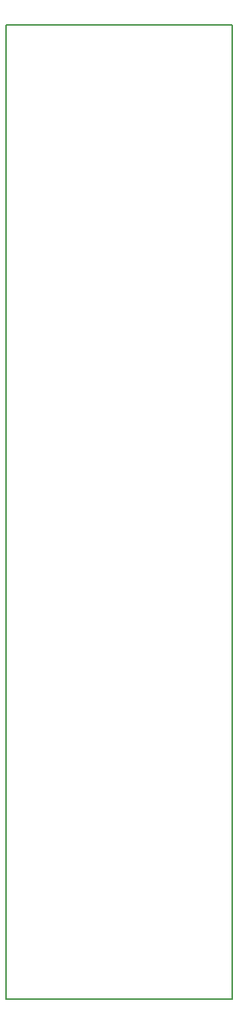
<source format=gbr>
G04 DipTrace 2.4.0.2*
%INBoardOutline.gbr*%
%MOMM*%
%ADD11C,0.152*%
%FSLAX53Y53*%
G04*
G71*
G90*
G75*
G01*
%LNBoardOutline*%
%LPD*%
X25400Y0D2*
D11*
Y109220D1*
X0D1*
Y0D1*
X25400D1*
M02*

</source>
